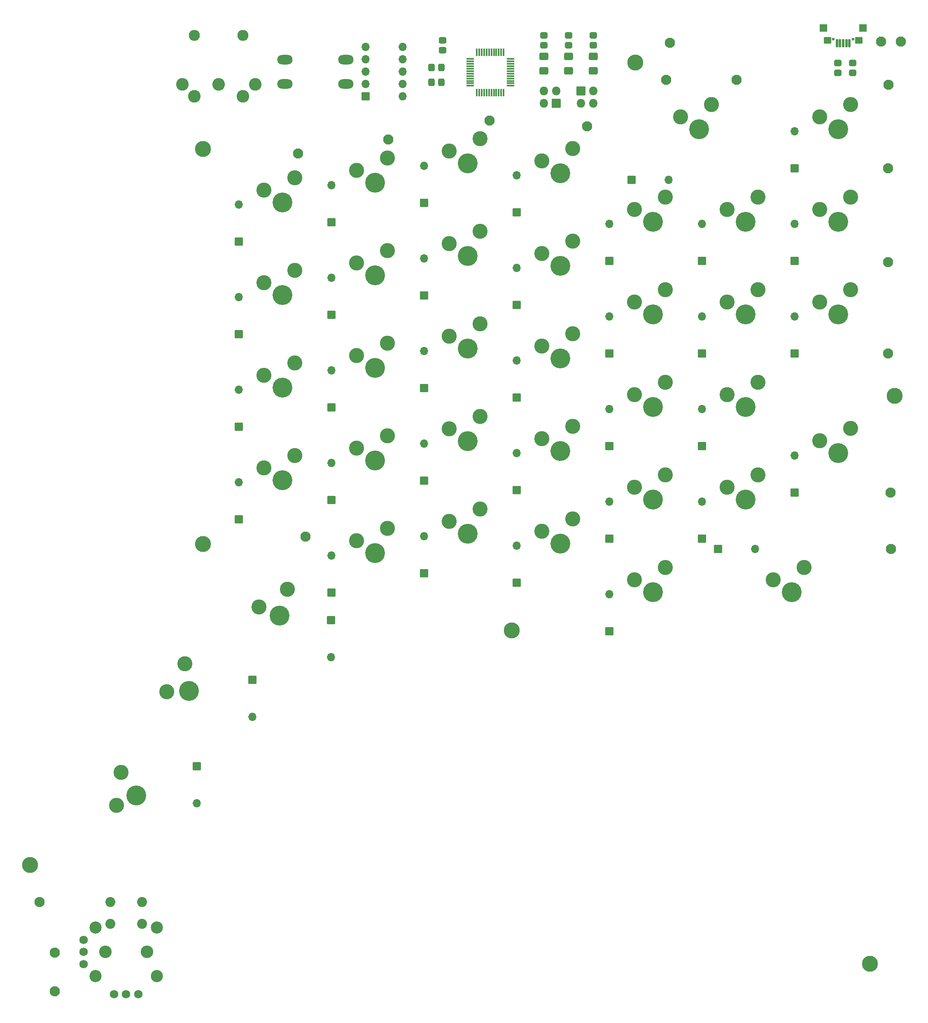
<source format=gbr>
%TF.GenerationSoftware,KiCad,Pcbnew,(6.0.0)*%
%TF.CreationDate,2022-01-02T22:49:07-08:00*%
%TF.ProjectId,thumbler_right,7468756d-626c-4657-925f-72696768742e,rev?*%
%TF.SameCoordinates,Original*%
%TF.FileFunction,Soldermask,Top*%
%TF.FilePolarity,Negative*%
%FSLAX46Y46*%
G04 Gerber Fmt 4.6, Leading zero omitted, Abs format (unit mm)*
G04 Created by KiCad (PCBNEW (6.0.0)) date 2022-01-02 22:49:07*
%MOMM*%
%LPD*%
G01*
G04 APERTURE LIST*
G04 Aperture macros list*
%AMRoundRect*
0 Rectangle with rounded corners*
0 $1 Rounding radius*
0 $2 $3 $4 $5 $6 $7 $8 $9 X,Y pos of 4 corners*
0 Add a 4 corners polygon primitive as box body*
4,1,4,$2,$3,$4,$5,$6,$7,$8,$9,$2,$3,0*
0 Add four circle primitives for the rounded corners*
1,1,$1+$1,$2,$3*
1,1,$1+$1,$4,$5*
1,1,$1+$1,$6,$7*
1,1,$1+$1,$8,$9*
0 Add four rect primitives between the rounded corners*
20,1,$1+$1,$2,$3,$4,$5,0*
20,1,$1+$1,$4,$5,$6,$7,0*
20,1,$1+$1,$6,$7,$8,$9,0*
20,1,$1+$1,$8,$9,$2,$3,0*%
G04 Aperture macros list end*
%ADD10C,3.300000*%
%ADD11C,2.100000*%
%ADD12RoundRect,0.050000X0.800000X-0.800000X0.800000X0.800000X-0.800000X0.800000X-0.800000X-0.800000X0*%
%ADD13O,1.700000X1.700000*%
%ADD14C,4.087800*%
%ADD15C,3.100000*%
%ADD16RoundRect,0.300000X0.337500X0.475000X-0.337500X0.475000X-0.337500X-0.475000X0.337500X-0.475000X0*%
%ADD17RoundRect,0.300000X-0.475000X0.337500X-0.475000X-0.337500X0.475000X-0.337500X0.475000X0.337500X0*%
%ADD18RoundRect,0.050000X-0.800000X-0.800000X0.800000X-0.800000X0.800000X0.800000X-0.800000X0.800000X0*%
%ADD19RoundRect,0.050000X-0.800000X0.800000X-0.800000X-0.800000X0.800000X-0.800000X0.800000X0.800000X0*%
%ADD20RoundRect,0.300000X-0.625000X0.462500X-0.625000X-0.462500X0.625000X-0.462500X0.625000X0.462500X0*%
%ADD21C,2.286000*%
%ADD22C,2.601600*%
%ADD23RoundRect,0.299999X0.450001X-0.350001X0.450001X0.350001X-0.450001X0.350001X-0.450001X-0.350001X0*%
%ADD24RoundRect,0.299999X-0.450001X0.350001X-0.450001X-0.350001X0.450001X-0.350001X0.450001X0.350001X0*%
%ADD25RoundRect,0.125000X-0.075000X0.662500X-0.075000X-0.662500X0.075000X-0.662500X0.075000X0.662500X0*%
%ADD26RoundRect,0.125000X-0.662500X0.075000X-0.662500X-0.075000X0.662500X-0.075000X0.662500X0.075000X0*%
%ADD27C,2.575000*%
%ADD28C,2.500000*%
%ADD29C,2.050000*%
%ADD30C,1.750000*%
%ADD31O,1.800000X1.800000*%
%ADD32RoundRect,0.050000X-0.850000X-0.850000X0.850000X-0.850000X0.850000X0.850000X-0.850000X0.850000X0*%
%ADD33RoundRect,0.050000X0.850000X0.850000X-0.850000X0.850000X-0.850000X-0.850000X0.850000X-0.850000X0*%
%ADD34C,0.600000*%
%ADD35RoundRect,0.050000X-0.200000X-0.800000X0.200000X-0.800000X0.200000X0.800000X-0.200000X0.800000X0*%
%ADD36RoundRect,0.050000X-0.700000X-0.600000X0.700000X-0.600000X0.700000X0.600000X-0.700000X0.600000X0*%
%ADD37RoundRect,0.050000X-0.700000X-0.750000X0.700000X-0.750000X0.700000X0.750000X-0.700000X0.750000X0*%
%ADD38O,3.148000X1.950000*%
G04 APERTURE END LIST*
D10*
%TO.C,H7*%
X340360000Y-162560000D03*
%TD*%
%TO.C,H6*%
X403860000Y-261620000D03*
%TD*%
%TO.C,H5*%
X482600000Y-213360000D03*
%TD*%
%TO.C,H4*%
X477520000Y-330200000D03*
%TD*%
%TO.C,H3*%
X304800000Y-309880000D03*
%TD*%
%TO.C,H2*%
X429260000Y-144780000D03*
%TD*%
%TO.C,H1*%
X340360000Y-243840000D03*
%TD*%
D11*
%TO.C,TP2*%
X479820000Y-140462000D03*
%TD*%
%TO.C,TP1*%
X483870000Y-140462000D03*
%TD*%
D12*
%TO.C,D36*%
X347721000Y-181638500D03*
D13*
X347721000Y-174018500D03*
%TD*%
D14*
%TO.C,S35*%
X356649000Y-173547500D03*
D15*
X352839000Y-171007500D03*
X359189000Y-168467500D03*
%TD*%
D16*
%TO.C,C11*%
X389403500Y-145796000D03*
X387328500Y-145796000D03*
%TD*%
%TO.C,C12*%
X389403500Y-148844000D03*
X387328500Y-148844000D03*
%TD*%
D17*
%TO.C,C13*%
X389636000Y-140186500D03*
X389636000Y-142261500D03*
%TD*%
D18*
%TO.C,D76*%
X446278000Y-244856000D03*
D13*
X453898000Y-244856000D03*
%TD*%
D19*
%TO.C,D52*%
X366674400Y-259486400D03*
D13*
X366674400Y-267106400D03*
%TD*%
D19*
%TO.C,D53*%
X350520000Y-271780000D03*
D13*
X350520000Y-279400000D03*
%TD*%
D20*
%TO.C,D55*%
X410464000Y-143546500D03*
X410464000Y-146521500D03*
%TD*%
D21*
%TO.C,J6*%
X348575451Y-139241554D03*
X338575451Y-139241554D03*
D22*
X348575451Y-151741554D03*
X338575451Y-151741554D03*
X351075451Y-149241554D03*
X343575451Y-149241554D03*
X336075451Y-149241554D03*
%TD*%
D23*
%TO.C,R21*%
X470916000Y-146882460D03*
X470916000Y-144882460D03*
%TD*%
D24*
%TO.C,R22*%
X473964000Y-144882460D03*
X473964000Y-146882460D03*
%TD*%
D23*
%TO.C,R14*%
X420624000Y-141208000D03*
X420624000Y-139208000D03*
%TD*%
%TO.C,R17*%
X415544000Y-141208000D03*
X415544000Y-139208000D03*
%TD*%
%TO.C,R18*%
X410464000Y-141208000D03*
X410464000Y-139208000D03*
%TD*%
D14*
%TO.C,S44*%
X356057200Y-258622800D03*
D15*
X351864016Y-256782988D03*
X357676479Y-253178910D03*
%TD*%
%TO.C,S45*%
X336587179Y-268454540D03*
D14*
X337464400Y-274066000D03*
D15*
X332887510Y-274206631D03*
%TD*%
%TO.C,S46*%
X323514591Y-290865495D03*
D14*
X326644000Y-295605200D03*
D15*
X322539295Y-297634757D03*
%TD*%
D11*
%TO.C,TP23*%
X359867200Y-163525200D03*
%TD*%
%TO.C,TP24*%
X378460000Y-160655000D03*
%TD*%
%TO.C,TP25*%
X399288000Y-156718000D03*
%TD*%
%TO.C,TP26*%
X419354000Y-157937200D03*
%TD*%
%TO.C,TP27*%
X435610000Y-148336000D03*
%TD*%
%TO.C,TP28*%
X450088000Y-148336000D03*
%TD*%
%TO.C,TP29*%
X481330000Y-149352000D03*
%TD*%
%TO.C,TP30*%
X361442000Y-242316000D03*
%TD*%
%TO.C,TP31*%
X481258000Y-166509000D03*
%TD*%
%TO.C,TP32*%
X481258000Y-185813000D03*
%TD*%
%TO.C,TP33*%
X481258000Y-204609000D03*
%TD*%
%TO.C,TP34*%
X481711000Y-233299000D03*
%TD*%
%TO.C,TP35*%
X481838000Y-244856000D03*
%TD*%
%TO.C,TP36*%
X309880000Y-335915000D03*
%TD*%
%TO.C,TP37*%
X309880000Y-327914000D03*
%TD*%
%TO.C,TP38*%
X306705000Y-317500000D03*
%TD*%
D25*
%TO.C,U4*%
X402165000Y-142649500D03*
X401665000Y-142649500D03*
X401165000Y-142649500D03*
X400665000Y-142649500D03*
X400165000Y-142649500D03*
X399665000Y-142649500D03*
X399165000Y-142649500D03*
X398665000Y-142649500D03*
X398165000Y-142649500D03*
X397665000Y-142649500D03*
X397165000Y-142649500D03*
X396665000Y-142649500D03*
D26*
X395252500Y-144062000D03*
X395252500Y-144562000D03*
X395252500Y-145062000D03*
X395252500Y-145562000D03*
X395252500Y-146062000D03*
X395252500Y-146562000D03*
X395252500Y-147062000D03*
X395252500Y-147562000D03*
X395252500Y-148062000D03*
X395252500Y-148562000D03*
X395252500Y-149062000D03*
X395252500Y-149562000D03*
D25*
X396665000Y-150974500D03*
X397165000Y-150974500D03*
X397665000Y-150974500D03*
X398165000Y-150974500D03*
X398665000Y-150974500D03*
X399165000Y-150974500D03*
X399665000Y-150974500D03*
X400165000Y-150974500D03*
X400665000Y-150974500D03*
X401165000Y-150974500D03*
X401665000Y-150974500D03*
X402165000Y-150974500D03*
D26*
X403577500Y-149562000D03*
X403577500Y-149062000D03*
X403577500Y-148562000D03*
X403577500Y-148062000D03*
X403577500Y-147562000D03*
X403577500Y-147062000D03*
X403577500Y-146562000D03*
X403577500Y-146062000D03*
X403577500Y-145562000D03*
X403577500Y-145062000D03*
X403577500Y-144562000D03*
X403577500Y-144062000D03*
%TD*%
D27*
%TO.C,S34*%
X320243200Y-327785000D03*
D28*
X318218200Y-332785000D03*
X318218200Y-322785000D03*
X330868200Y-322785000D03*
X330868200Y-332785000D03*
D27*
X328843200Y-327785000D03*
D29*
X327793200Y-322035000D03*
X327793200Y-317535000D03*
X321293200Y-322035000D03*
X321293200Y-317535000D03*
D30*
X322043200Y-336515000D03*
X324543200Y-336515000D03*
X327043200Y-336515000D03*
X315813200Y-325285000D03*
X315813200Y-327785000D03*
X315813200Y-330285000D03*
%TD*%
D31*
%TO.C,J7*%
X420619000Y-153157000D03*
X418079000Y-153157000D03*
X420619000Y-150617000D03*
D32*
X418079000Y-150617000D03*
%TD*%
D31*
%TO.C,J5*%
X410469000Y-150627000D03*
X413009000Y-150627000D03*
X410469000Y-153167000D03*
D33*
X413009000Y-153167000D03*
%TD*%
D19*
%TO.C,D54*%
X339090000Y-289560000D03*
D13*
X339090000Y-297180000D03*
%TD*%
D20*
%TO.C,D51*%
X415544000Y-143546500D03*
X415544000Y-146521500D03*
%TD*%
%TO.C,D45*%
X420624000Y-143546500D03*
X420624000Y-146521500D03*
%TD*%
D34*
%TO.C,J8*%
X470010247Y-139997426D03*
X474010247Y-139997426D03*
D35*
X473310247Y-140797426D03*
X472660247Y-140797426D03*
X472010247Y-140797426D03*
X471360247Y-140797426D03*
X470710247Y-140797426D03*
D36*
X468760247Y-140187426D03*
D37*
X476060247Y-137687426D03*
D36*
X475260247Y-140187426D03*
D37*
X467960247Y-137687426D03*
%TD*%
D11*
%TO.C,TP22*%
X436372000Y-140716000D03*
%TD*%
D15*
%TO.C,S71*%
X457614000Y-251207500D03*
X463964000Y-248667500D03*
D14*
X461424000Y-253747500D03*
%TD*%
D15*
%TO.C,S39*%
X371889000Y-167007500D03*
D14*
X375699000Y-169547500D03*
D15*
X378239000Y-164467500D03*
%TD*%
D14*
%TO.C,S47*%
X394749000Y-165547500D03*
D15*
X397289000Y-160467500D03*
X390939000Y-163007500D03*
%TD*%
D14*
%TO.C,S52*%
X413799000Y-167547500D03*
D15*
X409989000Y-165007500D03*
X416339000Y-162467500D03*
%TD*%
%TO.C,S57*%
X435389000Y-172467500D03*
D14*
X432849000Y-177547500D03*
D15*
X429039000Y-175007500D03*
%TD*%
%TO.C,S62*%
X438564000Y-155957500D03*
D14*
X442374000Y-158497500D03*
D15*
X444914000Y-153417500D03*
%TD*%
%TO.C,S67*%
X467139000Y-155957500D03*
D14*
X470949000Y-158497500D03*
D15*
X473489000Y-153417500D03*
%TD*%
%TO.C,S36*%
X352839000Y-190057500D03*
D14*
X356649000Y-192597500D03*
D15*
X359189000Y-187517500D03*
%TD*%
%TO.C,S40*%
X378239000Y-183517500D03*
X371889000Y-186057500D03*
D14*
X375699000Y-188597500D03*
%TD*%
D15*
%TO.C,S48*%
X397289000Y-179517500D03*
X390939000Y-182057500D03*
D14*
X394749000Y-184597500D03*
%TD*%
D15*
%TO.C,S53*%
X409989000Y-184057500D03*
D14*
X413799000Y-186597500D03*
D15*
X416339000Y-181517500D03*
%TD*%
D14*
%TO.C,S58*%
X432849000Y-196597500D03*
D15*
X429039000Y-194057500D03*
X435389000Y-191517500D03*
%TD*%
D14*
%TO.C,S63*%
X451899000Y-177547500D03*
D15*
X448089000Y-175007500D03*
X454439000Y-172467500D03*
%TD*%
%TO.C,S68*%
X467139000Y-175007500D03*
D14*
X470949000Y-177547500D03*
D15*
X473489000Y-172467500D03*
%TD*%
D14*
%TO.C,S37*%
X356649000Y-211647500D03*
D15*
X352839000Y-209107500D03*
X359189000Y-206567500D03*
%TD*%
D14*
%TO.C,S41*%
X375699000Y-207647500D03*
D15*
X378239000Y-202567500D03*
X371889000Y-205107500D03*
%TD*%
D14*
%TO.C,S49*%
X394749000Y-203647500D03*
D15*
X390939000Y-201107500D03*
X397289000Y-198567500D03*
%TD*%
%TO.C,S54*%
X409989000Y-203107500D03*
X416339000Y-200567500D03*
D14*
X413799000Y-205647500D03*
%TD*%
D15*
%TO.C,S59*%
X435389000Y-210567500D03*
D14*
X432849000Y-215647500D03*
D15*
X429039000Y-213107500D03*
%TD*%
D14*
%TO.C,S64*%
X451899000Y-196597500D03*
D15*
X448089000Y-194057500D03*
X454439000Y-191517500D03*
%TD*%
%TO.C,S69*%
X467139000Y-194057500D03*
X473489000Y-191517500D03*
D14*
X470949000Y-196597500D03*
%TD*%
%TO.C,S38*%
X356649000Y-230697500D03*
D15*
X352839000Y-228157500D03*
X359189000Y-225617500D03*
%TD*%
%TO.C,S42*%
X378239000Y-221617500D03*
D14*
X375699000Y-226697500D03*
D15*
X371889000Y-224157500D03*
%TD*%
%TO.C,S50*%
X390939000Y-220157500D03*
X397289000Y-217617500D03*
D14*
X394749000Y-222697500D03*
%TD*%
D15*
%TO.C,S55*%
X409989000Y-222157500D03*
D14*
X413799000Y-224697500D03*
D15*
X416339000Y-219617500D03*
%TD*%
D14*
%TO.C,S60*%
X432849000Y-234697500D03*
D15*
X429039000Y-232157500D03*
X435389000Y-229617500D03*
%TD*%
%TO.C,S65*%
X454439000Y-210567500D03*
X448089000Y-213107500D03*
D14*
X451899000Y-215647500D03*
%TD*%
%TO.C,S70*%
X470949000Y-225172500D03*
D15*
X467139000Y-222632500D03*
X473489000Y-220092500D03*
%TD*%
%TO.C,S43*%
X371889000Y-243207500D03*
X378239000Y-240667500D03*
D14*
X375699000Y-245747500D03*
%TD*%
D15*
%TO.C,S51*%
X397289000Y-236667500D03*
D14*
X394749000Y-241747500D03*
D15*
X390939000Y-239207500D03*
%TD*%
%TO.C,S56*%
X416339000Y-238667500D03*
D14*
X413799000Y-243747500D03*
D15*
X409989000Y-241207500D03*
%TD*%
D14*
%TO.C,S61*%
X432849000Y-253747500D03*
D15*
X429039000Y-251207500D03*
X435389000Y-248667500D03*
%TD*%
D14*
%TO.C,S66*%
X451899000Y-234697500D03*
D15*
X448089000Y-232157500D03*
X454439000Y-229617500D03*
%TD*%
D12*
%TO.C,D40*%
X366771000Y-177638500D03*
D13*
X366771000Y-170018500D03*
%TD*%
D12*
%TO.C,D46*%
X385821000Y-173638500D03*
D13*
X385821000Y-166018500D03*
%TD*%
D12*
%TO.C,D56*%
X404871000Y-175638500D03*
D13*
X404871000Y-168018500D03*
%TD*%
D12*
%TO.C,D61*%
X423921000Y-185638500D03*
D13*
X423921000Y-178018500D03*
%TD*%
D18*
%TO.C,D67*%
X428498000Y-168910000D03*
D13*
X436118000Y-168910000D03*
%TD*%
D12*
%TO.C,D72*%
X462021000Y-166588500D03*
D13*
X462021000Y-158968500D03*
%TD*%
D12*
%TO.C,D37*%
X347721000Y-200688500D03*
D13*
X347721000Y-193068500D03*
%TD*%
D12*
%TO.C,D41*%
X366771000Y-196688500D03*
D13*
X366771000Y-189068500D03*
%TD*%
D12*
%TO.C,D47*%
X385821000Y-192688500D03*
D13*
X385821000Y-185068500D03*
%TD*%
D12*
%TO.C,D57*%
X404871000Y-194688500D03*
D13*
X404871000Y-187068500D03*
%TD*%
D12*
%TO.C,D62*%
X423921000Y-204688500D03*
D13*
X423921000Y-197068500D03*
%TD*%
D12*
%TO.C,D68*%
X442971000Y-185638500D03*
D13*
X442971000Y-178018500D03*
%TD*%
D12*
%TO.C,D73*%
X462021000Y-185638500D03*
D13*
X462021000Y-178018500D03*
%TD*%
D12*
%TO.C,D38*%
X347721000Y-219738500D03*
D13*
X347721000Y-212118500D03*
%TD*%
D12*
%TO.C,D42*%
X366771000Y-215738500D03*
D13*
X366771000Y-208118500D03*
%TD*%
D12*
%TO.C,D48*%
X385821000Y-211738500D03*
D13*
X385821000Y-204118500D03*
%TD*%
D12*
%TO.C,D58*%
X404871000Y-213738500D03*
D13*
X404871000Y-206118500D03*
%TD*%
D12*
%TO.C,D63*%
X423921000Y-223738500D03*
D13*
X423921000Y-216118500D03*
%TD*%
D12*
%TO.C,D69*%
X442971000Y-204688500D03*
D13*
X442971000Y-197068500D03*
%TD*%
D12*
%TO.C,D74*%
X462021000Y-204688500D03*
D13*
X462021000Y-197068500D03*
%TD*%
D12*
%TO.C,D39*%
X347721000Y-238788500D03*
D13*
X347721000Y-231168500D03*
%TD*%
D12*
%TO.C,D43*%
X366771000Y-234788500D03*
D13*
X366771000Y-227168500D03*
%TD*%
D12*
%TO.C,D49*%
X385821000Y-230788500D03*
D13*
X385821000Y-223168500D03*
%TD*%
D12*
%TO.C,D59*%
X404871000Y-232788500D03*
D13*
X404871000Y-225168500D03*
%TD*%
D12*
%TO.C,D64*%
X423921000Y-242788500D03*
D13*
X423921000Y-235168500D03*
%TD*%
D12*
%TO.C,D70*%
X442971000Y-223738500D03*
D13*
X442971000Y-216118500D03*
%TD*%
D12*
%TO.C,D75*%
X462021000Y-233263500D03*
D13*
X462021000Y-225643500D03*
%TD*%
D12*
%TO.C,D44*%
X366771000Y-253838500D03*
D13*
X366771000Y-246218500D03*
%TD*%
D12*
%TO.C,D50*%
X385821000Y-249838500D03*
D13*
X385821000Y-242218500D03*
%TD*%
D12*
%TO.C,D60*%
X404871000Y-251838500D03*
D13*
X404871000Y-244218500D03*
%TD*%
D12*
%TO.C,D65*%
X423921000Y-261838500D03*
D13*
X423921000Y-254218500D03*
%TD*%
D12*
%TO.C,D71*%
X442971000Y-242788500D03*
D13*
X442971000Y-235168500D03*
%TD*%
D38*
%TO.C,SW3*%
X369734000Y-149185000D03*
X357234000Y-149185000D03*
X357234000Y-144185000D03*
X369734000Y-144185000D03*
%TD*%
D18*
%TO.C,SW4*%
X373811750Y-151742000D03*
D13*
X373811750Y-149202000D03*
X373811750Y-146662000D03*
X373811750Y-144122000D03*
X373811750Y-141582000D03*
X381431750Y-141582000D03*
X381431750Y-144122000D03*
X381431750Y-146662000D03*
X381431750Y-149202000D03*
X381431750Y-151742000D03*
%TD*%
M02*

</source>
